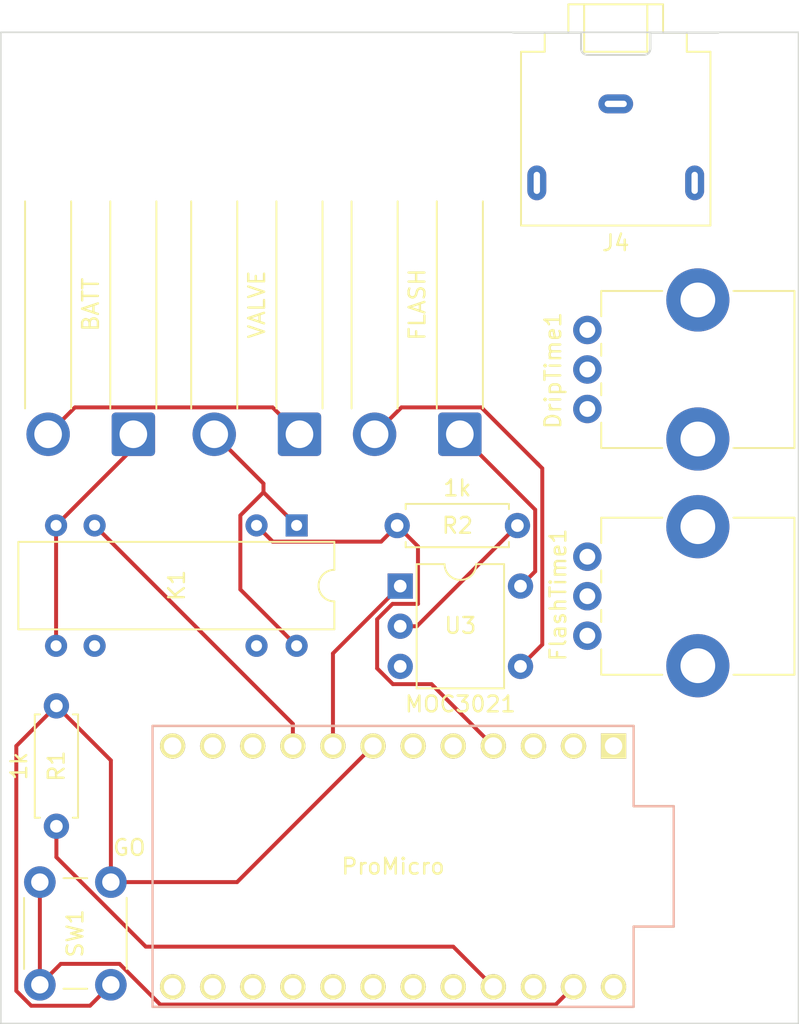
<source format=kicad_pcb>
(kicad_pcb (version 20221018) (generator pcbnew)
  (layers (0 "F.Cu" signal) (31 "B.Cu" signal) (34 "B.Paste" user) (35 "F.Paste" user) (36 "B.SilkS" user "B.Silkscreen") (37 "F.SilkS" user "F.Silkscreen") (38 "B.Mask" user) (39 "F.Mask" user) (44 "Edge.Cuts" user))
  (net 0 "")
  (net 1 "Net-(J1-Pin_1)")
  (net 2 "Net-(J1-Pin_2)")
  (net 3 "Net-(J2-Pin_2)")
  (net 4 "Net-(J3-Pin_1)")
  (net 5 "Net-(J3-Pin_2)")
  (net 6 "Net-(U1-D7)")
  (net 7 "Net-(U1-D4)")
  (net 8 "VCC")
  (net 9 "Net-(R2-Pad1)")
  (net 10 "GND")
  (net 11 "Net-(U1-C6)")
  (net 14 "Net-(U1-F5)")
  (net 15 "Net-(U1-F6)")
  (net 26 "Net-(SW2-B)")
  (footprint "Resistor_THT:R_Axial_DIN0207_L6.3mm_D2.5mm_P7.62mm_Horizontal" (layer "F.Cu") (at 161.29 69.869015 180)
    (fp_text reference "R2" (at 3.797924 0.003082) (layer "F.SilkS"))
    (fp_text value "1k" (at 3.81 2.37) (layer "F.SilkS"))
    (fp_line (start 0.54 -1.37) (end 7.08 -1.37) (stroke (width 0.12)) (layer "F.SilkS"))
    (fp_line (start 0.54 -1.04) (end 0.54 -1.37) (stroke (width 0.12)) (layer "F.SilkS"))
    (fp_line (start 0.54 1.04) (end 0.54 1.37) (stroke (width 0.12)) (layer "F.SilkS"))
    (fp_line (start 0.54 1.37) (end 7.08 1.37) (stroke (width 0.12)) (layer "F.SilkS"))
    (fp_line (start 7.08 -1.37) (end 7.08 -1.04) (stroke (width 0.12)) (layer "F.SilkS"))
    (fp_line (start 7.08 1.37) (end 7.08 1.04) (stroke (width 0.12)) (layer "F.SilkS"))
    (pad "1" thru_hole circle (at 0 0 180) (size 1.6 1.6) (drill 0.8) (layers "*.Cu" "*.Mask") (net 9 "Net-(R2-Pad1)"))
    (pad "2" thru_hole oval (at 7.62 0 180) (size 1.6 1.6) (drill 0.8) (layers "*.Cu" "*.Mask") (net 10 "GND"))
  )
  (footprint "Potentiometer_THT:Potentiometer_Bourns_PTV09A-1_Single_Vertical" (layer "F.Cu") (at 165.72 62.49)
    (fp_text reference "DripTime1" (at -2.175336 -2.435732 90) (layer "F.SilkS"))
    (fp_text value "R_Potentiometer")
    (fp_line (start 0.88 -7.47) (end 0.88 -5.871) (stroke (width 0.12)) (layer "F.SilkS"))
    (fp_line (start 0.88 -7.47) (end 4.745 -7.47) (stroke (width 0.12)) (layer "F.SilkS"))
    (fp_line (start 0.88 -4.129) (end 0.88 -3.37) (stroke (width 0.12)) (layer "F.SilkS"))
    (fp_line (start 0.88 -1.629) (end 0.88 -0.87) (stroke (width 0.12)) (layer "F.SilkS"))
    (fp_line (start 0.88 0.87) (end 0.88 2.47) (stroke (width 0.12)) (layer "F.SilkS"))
    (fp_line (start 0.88 2.47) (end 4.745 2.47) (stroke (width 0.12)) (layer "F.SilkS"))
    (fp_line (start 9.255 -7.47) (end 13.12 -7.47) (stroke (width 0.12)) (layer "F.SilkS"))
    (fp_line (start 9.255 2.47) (end 13.12 2.47) (stroke (width 0.12)) (layer "F.SilkS"))
    (fp_line (start 13.12 -7.47) (end 13.12 2.47) (stroke (width 0.12)) (layer "F.SilkS"))
    (pad "" np_thru_hole circle (at 7 -6.9) (size 4 4) (drill 2.2) (layers "F&B.Cu" "*.Mask"))
    (pad "" np_thru_hole circle (at 7 1.9) (size 4 4) (drill 2.2) (layers "F&B.Cu" "*.Mask"))
    (pad "1" thru_hole circle (at 0 0) (size 1.8 1.8) (drill 1) (layers "*.Cu" "*.Mask") (net 8 "VCC"))
    (pad "2" thru_hole circle (at 0 -2.5) (size 1.8 1.8) (drill 1) (layers "*.Cu" "*.Mask") (net 14 "Net-(U1-F5)"))
    (pad "3" thru_hole circle (at 0 -5) (size 1.8 1.8) (drill 1) (layers "*.Cu" "*.Mask") (net 10 "GND"))
  )
  (footprint "Arduino_ProMicro:ProMicro" (layer "F.Cu") (at 153.41178 91.44 180)
    (fp_text reference "U1" hide)
    (fp_text value "ProMicro" (at 0 0) (layer "F.SilkS"))
    (fp_line (start -17.78 -3.81) (end -15.24 -3.81) (stroke (width 0.15)) (layer "B.SilkS"))
    (fp_line (start -17.78 3.81) (end -17.78 -3.81) (stroke (width 0.15)) (layer "B.SilkS"))
    (fp_line (start -15.24 -8.89) (end 15.24 -8.89) (stroke (width 0.15)) (layer "B.SilkS"))
    (fp_line (start -15.24 -3.81) (end -15.24 -8.89) (stroke (width 0.15)) (layer "B.SilkS"))
    (fp_line (start -15.24 3.81) (end -17.78 3.81) (stroke (width 0.15)) (layer "B.SilkS"))
    (fp_line (start -15.24 8.89) (end -15.24 3.81) (stroke (width 0.15)) (layer "B.SilkS"))
    (fp_line (start 15.24 -8.89) (end 15.24 8.89) (stroke (width 0.15)) (layer "B.SilkS"))
    (fp_line (start 15.24 8.89) (end -15.24 8.89) (stroke (width 0.15)) (layer "B.SilkS"))
    (fp_line (start -17.78 -3.81) (end -15.24 -3.81) (stroke (width 0.15)) (layer "F.SilkS"))
    (fp_line (start -17.78 3.81) (end -17.78 -3.81) (stroke (width 0.15)) (layer "F.SilkS"))
    (fp_line (start -15.24 -8.89) (end 15.24 -8.89) (stroke (width 0.15)) (layer "F.SilkS"))
    (fp_line (start -15.24 -3.81) (end -15.24 -8.89) (stroke (width 0.15)) (layer "F.SilkS"))
    (fp_line (start -15.24 3.81) (end -17.78 3.81) (stroke (width 0.15)) (layer "F.SilkS"))
    (fp_line (start -15.24 8.89) (end -15.24 3.81) (stroke (width 0.15)) (layer "F.SilkS"))
    (fp_line (start -15.24 8.89) (end 15.24 8.89) (stroke (width 0.15)) (layer "F.SilkS"))
    (fp_line (start 15.24 -8.89) (end 15.24 8.89) (stroke (width 0.15)) (layer "F.SilkS"))
    (pad "1" thru_hole rect (at -13.97 7.62 180) (size 1.6 1.6) (drill 1.1) (layers "*.Cu" "*.Mask" "F.SilkS"))
    (pad "2" thru_hole circle (at -11.43 7.62 180) (size 1.6 1.6) (drill 1.1) (layers "*.Cu" "*.Mask" "F.SilkS") (net 26 "Net-(SW2-B)"))
    (pad "3" thru_hole circle (at -8.89 7.62 180) (size 1.6 1.6) (drill 1.1) (layers "*.Cu" "*.Mask" "F.SilkS") (net 10 "GND"))
    (pad "4" thru_hole circle (at -6.35 7.62 180) (size 1.6 1.6) (drill 1.1) (layers "*.Cu" "*.Mask" "F.SilkS") (net 10 "GND"))
    (pad "5" thru_hole circle (at -3.81 7.62 180) (size 1.6 1.6) (drill 1.1) (layers "*.Cu" "*.Mask" "F.SilkS"))
    (pad "6" thru_hole circle (at -1.27 7.62 180) (size 1.6 1.6) (drill 1.1) (layers "*.Cu" "*.Mask" "F.SilkS"))
    (pad "7" thru_hole circle (at 1.27 7.62 180) (size 1.6 1.6) (drill 1.1) (layers "*.Cu" "*.Mask" "F.SilkS") (net 7 "Net-(U1-D4)"))
    (pad "8" thru_hole circle (at 3.81 7.62 180) (size 1.6 1.6) (drill 1.1) (layers "*.Cu" "*.Mask" "F.SilkS") (net 11 "Net-(U1-C6)"))
    (pad "9" thru_hole circle (at 6.35 7.62 180) (size 1.6 1.6) (drill 1.1) (layers "*.Cu" "*.Mask" "F.SilkS") (net 6 "Net-(U1-D7)"))
    (pad "10" thru_hole circle (at 8.89 7.62 180) (size 1.6 1.6) (drill 1.1) (layers "*.Cu" "*.Mask" "F.SilkS"))
    (pad "11" thru_hole circle (at 11.43 7.62 180) (size 1.6 1.6) (drill 1.1) (layers "*.Cu" "*.Mask" "F.SilkS"))
    (pad "12" thru_hole circle (at 13.97 7.62 180) (size 1.6 1.6) (drill 1.1) (layers "*.Cu" "*.Mask" "F.SilkS"))
    (pad "13" thru_hole circle (at 13.97 -7.62 180) (size 1.6 1.6) (drill 1.1) (layers "*.Cu" "*.Mask" "F.SilkS"))
    (pad "14" thru_hole circle (at 11.43 -7.62 180) (size 1.6 1.6) (drill 1.1) (layers "*.Cu" "*.Mask" "F.SilkS"))
    (pad "15" thru_hole circle (at 8.89 -7.62 180) (size 1.6 1.6) (drill 1.1) (layers "*.Cu" "*.Mask" "F.SilkS"))
    (pad "16" thru_hole circle (at 6.35 -7.62 180) (size 1.6 1.6) (drill 1.1) (layers "*.Cu" "*.Mask" "F.SilkS"))
    (pad "17" thru_hole circle (at 3.81 -7.62 180) (size 1.6 1.6) (drill 1.1) (layers "*.Cu" "*.Mask" "F.SilkS"))
    (pad "18" thru_hole circle (at 1.27 -7.62 180) (size 1.6 1.6) (drill 1.1) (layers "*.Cu" "*.Mask" "F.SilkS") (net 15 "Net-(U1-F6)"))
    (pad "19" thru_hole circle (at -1.27 -7.62 180) (size 1.6 1.6) (drill 1.1) (layers "*.Cu" "*.Mask" "F.SilkS") (net 14 "Net-(U1-F5)"))
    (pad "20" thru_hole circle (at -3.81 -7.62 180) (size 1.6 1.6) (drill 1.1) (layers "*.Cu" "*.Mask" "F.SilkS"))
    (pad "21" thru_hole circle (at -6.35 -7.62 180) (size 1.6 1.6) (drill 1.1) (layers "*.Cu" "*.Mask" "F.SilkS") (net 8 "VCC"))
    (pad "22" thru_hole circle (at -8.89 -7.62 180) (size 1.6 1.6) (drill 1.1) (layers "*.Cu" "*.Mask" "F.SilkS"))
    (pad "23" thru_hole circle (at -11.43 -7.62 180) (size 1.6 1.6) (drill 1.1) (layers "*.Cu" "*.Mask" "F.SilkS") (net 10 "GND"))
    (pad "24" thru_hole circle (at -13.97 -7.62 180) (size 1.6 1.6) (drill 1.1) (layers "*.Cu" "*.Mask" "F.SilkS"))
  )
  (footprint "Button_Switch_THT:SW_PUSH_6mm" (layer "F.Cu") (at 131.031312 98.934131 90)
    (fp_text reference "SW1" (at 3.253703 2.23808 90) (layer "F.SilkS"))
    (fp_text value "GO" (at 8.680882 5.670688 180) (layer "F.SilkS"))
    (fp_line (start -0.25 1.5) (end -0.25 3) (stroke (width 0.12)) (layer "F.SilkS"))
    (fp_line (start 1 5.5) (end 5.5 5.5) (stroke (width 0.12)) (layer "F.SilkS"))
    (fp_line (start 5.5 -1) (end 1 -1) (stroke (width 0.12)) (layer "F.SilkS"))
    (fp_line (start 6.75 3) (end 6.75 1.5) (stroke (width 0.12)) (layer "F.SilkS"))
    (pad "1" thru_hole circle (at 0 0 180) (size 2 2) (drill 1.1) (layers "*.Cu" "*.Mask") (net 10 "GND"))
    (pad "1" thru_hole circle (at 6.5 0 180) (size 2 2) (drill 1.1) (layers "*.Cu" "*.Mask") (net 10 "GND"))
    (pad "2" thru_hole circle (at 0 4.5 180) (size 2 2) (drill 1.1) (layers "*.Cu" "*.Mask") (net 7 "Net-(U1-D4)"))
    (pad "2" thru_hole circle (at 6.5 4.5 180) (size 2 2) (drill 1.1) (layers "*.Cu" "*.Mask") (net 7 "Net-(U1-D4)"))
  )
  (footprint "Connector_Wire:SolderWire-1sqmm_1x02_P5.4mm_D1.4mm_OD2.7mm_Relief" (layer "F.Cu") (at 136.955094 64.09 180)
    (fp_text reference "J1" hide)
    (fp_text value "BATT" (at 2.7 8.21 270) (layer "F.SilkS"))
    (fp_line (start -1.46 1.635) (end -1.46 14.74) (stroke (width 0.12)) (layer "F.SilkS"))
    (fp_line (start 1.46 1.635) (end 1.46 14.74) (stroke (width 0.12)) (layer "F.SilkS"))
    (fp_line (start 3.94 1.635) (end 3.94 14.74) (stroke (width 0.12)) (layer "F.SilkS"))
    (fp_line (start 6.86 1.635) (end 6.86 14.74) (stroke (width 0.12)) (layer "F.SilkS"))
    (pad "" np_thru_hole circle (at 0 16.2 180) (size 3.2 3.2) (drill 3.2) (layers "*.Cu" "*.Mask"))
    (pad "" np_thru_hole circle (at 5.4 16.2 180) (size 3.2 3.2) (drill 3.2) (layers "*.Cu" "*.Mask"))
    (pad "1" thru_hole roundrect (at 0 0 180) (size 2.75 2.75) (drill 1.75) (layers "*.Cu" "*.Mask") (roundrect_rratio 0.090909) (net 1 "Net-(J1-Pin_1)"))
    (pad "2" thru_hole circle (at 5.4 0 180) (size 2.75 2.75) (drill 1.75) (layers "*.Cu" "*.Mask") (net 2 "Net-(J1-Pin_2)"))
  )
  (footprint "Connector_Wire:SolderWire-1sqmm_1x02_P5.4mm_D1.4mm_OD2.7mm_Relief" (layer "F.Cu") (at 147.48 64.09 180)
    (fp_text reference "J2" hide)
    (fp_text value "VALVE" (at 2.7 8.21 270) (layer "F.SilkS"))
    (fp_line (start -1.46 1.635) (end -1.46 14.74) (stroke (width 0.12)) (layer "F.SilkS"))
    (fp_line (start 1.46 1.635) (end 1.46 14.74) (stroke (width 0.12)) (layer "F.SilkS"))
    (fp_line (start 3.94 1.635) (end 3.94 14.74) (stroke (width 0.12)) (layer "F.SilkS"))
    (fp_line (start 6.86 1.635) (end 6.86 14.74) (stroke (width 0.12)) (layer "F.SilkS"))
    (pad "" np_thru_hole circle (at 0 16.2 180) (size 3.2 3.2) (drill 3.2) (layers "*.Cu" "*.Mask"))
    (pad "" np_thru_hole circle (at 5.4 16.2 180) (size 3.2 3.2) (drill 3.2) (layers "*.Cu" "*.Mask"))
    (pad "1" thru_hole roundrect (at 0 0 180) (size 2.75 2.75) (drill 1.75) (layers "*.Cu" "*.Mask") (roundrect_rratio 0.090909) (net 2 "Net-(J1-Pin_2)"))
    (pad "2" thru_hole circle (at 5.4 0 180) (size 2.75 2.75) (drill 1.75) (layers "*.Cu" "*.Mask") (net 3 "Net-(J2-Pin_2)"))
  )
  (footprint "Package_DIP:Toshiba_11-7A9" (layer "F.Cu") (at 153.863583 73.7)
    (fp_text reference "U3" (at 3.81 2.5) (layer "F.SilkS"))
    (fp_text value "MOC3021" (at 3.81 7.47) (layer "F.SilkS"))
    (fp_line (start 1.04 -1.39) (end 1.04 6.47) (stroke (width 0.12)) (layer "F.SilkS"))
    (fp_line (start 1.04 6.47) (end 6.58 6.47) (stroke (width 0.12)) (layer "F.SilkS"))
    (fp_line (start 2.81 -1.39) (end 1.04 -1.39) (stroke (width 0.12)) (layer "F.SilkS"))
    (fp_line (start 6.58 -1.39) (end 4.81 -1.39) (stroke (width 0.12)) (layer "F.SilkS"))
    (fp_line (start 6.58 6.47) (end 6.58 -1.39) (stroke (width 0.12)) (layer "F.SilkS"))
    (fp_arc (start 4.81 -1.39) (mid 3.81 -0.39) (end 2.81 -1.39) (stroke (width 0.12)) (layer "F.SilkS"))
    (pad "1" thru_hole rect (at 0 0) (size 1.6 1.6) (drill 0.8) (layers "*.Cu" "*.Mask") (net 11 "Net-(U1-C6)"))
    (pad "2" thru_hole oval (at 0 2.54) (size 1.6 1.6) (drill 0.8) (layers "*.Cu" "*.Mask") (net 9 "Net-(R2-Pad1)"))
    (pad "3" thru_hole oval (at 0 5.08) (size 1.6 1.6) (drill 0.8) (layers "*.Cu" "*.Mask"))
    (pad "4" thru_hole oval (at 7.62 5.08) (size 1.6 1.6) (drill 0.8) (layers "*.Cu" "*.Mask") (net 4 "Net-(J3-Pin_1)"))
    (pad "6" thru_hole oval (at 7.62 0) (size 1.6 1.6) (drill 0.8) (layers "*.Cu" "*.Mask") (net 5 "Net-(J3-Pin_2)"))
  )
  (footprint "Potentiometer_THT:Potentiometer_Bourns_PTV09A-1_Single_Vertical" (layer "F.Cu") (at 165.72 76.84)
    (fp_text reference "FlashTime1" (at -1.852586 -2.58471 90) (layer "F.SilkS"))
    (fp_text value "R_Potentiometer")
    (fp_line (start 0.88 -7.47) (end 0.88 -5.871) (stroke (width 0.12)) (layer "F.SilkS"))
    (fp_line (start 0.88 -7.47) (end 4.745 -7.47) (stroke (width 0.12)) (layer "F.SilkS"))
    (fp_line (start 0.88 -4.129) (end 0.88 -3.37) (stroke (width 0.12)) (layer "F.SilkS"))
    (fp_line (start 0.88 -1.629) (end 0.88 -0.87) (stroke (width 0.12)) (layer "F.SilkS"))
    (fp_line (start 0.88 0.87) (end 0.88 2.47) (stroke (width 0.12)) (layer "F.SilkS"))
    (fp_line (start 0.88 2.47) (end 4.745 2.47) (stroke (width 0.12)) (layer "F.SilkS"))
    (fp_line (start 9.255 -7.47) (end 13.12 -7.47) (stroke (width 0.12)) (layer "F.SilkS"))
    (fp_line (start 9.255 2.47) (end 13.12 2.47) (stroke (width 0.12)) (layer "F.SilkS"))
    (fp_line (start 13.12 -7.47) (end 13.12 2.47) (stroke (width 0.12)) (layer "F.SilkS"))
    (pad "" np_thru_hole circle (at 7 -6.9) (size 4 4) (drill 2.2) (layers "F&B.Cu" "*.Mask"))
    (pad "" np_thru_hole circle (at 7 1.9) (size 4 4) (drill 2.2) (layers "F&B.Cu" "*.Mask"))
    (pad "1" thru_hole circle (at 0 0) (size 1.8 1.8) (drill 1) (layers "*.Cu" "*.Mask") (net 8 "VCC"))
    (pad "2" thru_hole circle (at 0 -2.5) (size 1.8 1.8) (drill 1) (layers "*.Cu" "*.Mask") (net 15 "Net-(U1-F6)"))
    (pad "3" thru_hole circle (at 0 -5) (size 1.8 1.8) (drill 1) (layers "*.Cu" "*.Mask") (net 10 "GND"))
  )
  (footprint "Connector_Audio:Jack_3.5mm_CUI_SJ1-3523N_Horizontal" (layer "F.Cu") (at 167.51786 43.18 180)
    (fp_text reference "J4" (at 0 -8.8) (layer "F.SilkS"))
    (fp_text value "Flash TS")
    (fp_line (start -6 -7.7) (end 6 -7.7) (stroke (width 0.12)) (layer "F.SilkS"))
    (fp_line (start -6 3.3) (end -6 -7.7) (stroke (width 0.12)) (layer "F.SilkS"))
    (fp_line (start -4.5 3.3) (end -6 3.3) (stroke (width 0.12)) (layer "F.SilkS"))
    (fp_line (start -4.5 4.5) (end -4.5 3.3) (stroke (width 0.12)) (layer "F.SilkS"))
    (fp_line (start -3 4.5) (end -4.5 4.5) (stroke (width 0.12)) (layer "F.SilkS"))
    (fp_line (start -3 6.3) (end -3 4.5) (stroke (width 0.12)) (layer "F.SilkS"))
    (fp_line (start -2 3.3) (end -2 6.3) (stroke (width 0.12)) (layer "F.SilkS"))
    (fp_line (start 2 3.3) (end -2 3.3) (stroke (width 0.12)) (layer "F.SilkS"))
    (fp_line (start 2 6.3) (end 2 3.3) (stroke (width 0.12)) (layer "F.SilkS"))
    (fp_line (start 3 4.5) (end 3 6.3) (stroke (width 0.12)) (layer "F.SilkS"))
    (fp_line (start 3 6.3) (end -3 6.3) (stroke (width 0.12)) (layer "F.SilkS"))
    (fp_line (start 4.5 3.3) (end 4.5 4.5) (stroke (width 0.12)) (layer "F.SilkS"))
    (fp_line (start 4.5 4.5) (end 3 4.5) (stroke (width 0.12)) (layer "F.SilkS"))
    (fp_line (start 6 -7.7) (end 6 3.3) (stroke (width 0.12)) (layer "F.SilkS"))
    (fp_line (start 6 3.3) (end 4.5 3.3) (stroke (width 0.12)) (layer "F.SilkS"))
    (fp_line (start -2.2 3.5) (end -2.2 4.5) (stroke (width 0.12)) (layer "Edge.Cuts"))
    (fp_line (start -2.2 4.5) (end -6.5 4.5) (stroke (width 0.12)) (layer "Edge.Cuts"))
    (fp_line (start 1.8 3.1) (end -1.8 3.1) (stroke (width 0.12)) (layer "Edge.Cuts"))
    (fp_line (start 2.2 3.5) (end 2.2 4.5) (stroke (width 0.12)) (layer "Edge.Cuts"))
    (fp_line (start 2.2 4.5) (end 6.5 4.5) (stroke (width 0.12)) (layer "Edge.Cuts"))
    (fp_arc (start -2.2 3.5) (mid -2.082842 3.217158) (end -1.8 3.1) (stroke (width 0.12)) (layer "Edge.Cuts"))
    (fp_arc (start 1.8 3.1) (mid 2.082843 3.217157) (end 2.2 3.5) (stroke (width 0.12)) (layer "Edge.Cuts"))
    (pad "" np_thru_hole circle (at -5 0 180) (size 1.2 1.2) (drill 1.2) (layers "*.Cu"))
    (pad "" np_thru_hole circle (at -5 2.5 180) (size 1.2 1.2) (drill 1.2) (layers "*.Cu"))
    (pad "" np_thru_hole circle (at 0 -5 180) (size 1.2 1.2) (drill 1.2) (layers "*.Cu"))
    (pad "" np_thru_hole circle (at 5 0 180) (size 1.2 1.2) (drill 1.2) (layers "*.Cu"))
    (pad "" np_thru_hole circle (at 5 2.5 180) (size 1.2 1.2) (drill 1.2) (layers "*.Cu"))
    (pad "R" thru_hole oval (at -5 -5 180) (size 1.2 2.2) (drill oval 0.4 1.4) (layers "*.Cu" "*.Mask"))
    (pad "S" thru_hole oval (at 0 0 180) (size 2.2 1.2) (drill oval 1.4 0.4) (layers "*.Cu" "*.Mask") (net 4 "Net-(J3-Pin_1)"))
    (pad "T" thru_hole oval (at 5 -5) (size 1.2 2.2) (drill oval 0.4 1.4) (layers "*.Cu" "*.Mask") (net 5 "Net-(J3-Pin_2)"))
  )
  (footprint "Resistor_THT:R_Axial_DIN0207_L6.3mm_D2.5mm_P7.62mm_Horizontal" (layer "F.Cu") (at 132.08 81.28 -90)
    (fp_text reference "R1" (at 3.81 0 90) (layer "F.SilkS"))
    (fp_text value "1k" (at 3.81 2.37 90) (layer "F.SilkS"))
    (fp_line (start 0.54 -1.37) (end 7.08 -1.37) (stroke (width 0.12)) (layer "F.SilkS"))
    (fp_line (start 0.54 -1.04) (end 0.54 -1.37) (stroke (width 0.12)) (layer "F.SilkS"))
    (fp_line (start 0.54 1.04) (end 0.54 1.37) (stroke (width 0.12)) (layer "F.SilkS"))
    (fp_line (start 0.54 1.37) (end 7.08 1.37) (stroke (width 0.12)) (layer "F.SilkS"))
    (fp_line (start 7.08 -1.37) (end 7.08 -1.04) (stroke (width 0.12)) (layer "F.SilkS"))
    (fp_line (start 7.08 1.37) (end 7.08 1.04) (stroke (width 0.12)) (layer "F.SilkS"))
    (pad "1" thru_hole circle (at 0 0 270) (size 1.6 1.6) (drill 0.8) (layers "*.Cu" "*.Mask") (net 7 "Net-(U1-D4)"))
    (pad "2" thru_hole oval (at 7.62 0 270) (size 1.6 1.6) (drill 0.8) (layers "*.Cu" "*.Mask") (net 8 "VCC"))
  )
  (footprint "Connector_Wire:SolderWire-1sqmm_1x02_P5.4mm_D1.4mm_OD2.7mm_Relief" (layer "F.Cu") (at 157.64 64.09 180)
    (fp_text reference "J3" hide)
    (fp_text value "FLASH" (at 2.7 8.21 270) (layer "F.SilkS"))
    (fp_line (start -1.46 1.635) (end -1.46 14.74) (stroke (width 0.12)) (layer "F.SilkS"))
    (fp_line (start 1.46 1.635) (end 1.46 14.74) (stroke (width 0.12)) (layer "F.SilkS"))
    (fp_line (start 3.94 1.635) (end 3.94 14.74) (stroke (width 0.12)) (layer "F.SilkS"))
    (fp_line (start 6.86 1.635) (end 6.86 14.74) (stroke (width 0.12)) (layer "F.SilkS"))
    (pad "" np_thru_hole circle (at 0 16.2 180) (size 3.2 3.2) (drill 3.2) (layers "*.Cu" "*.Mask"))
    (pad "" np_thru_hole circle (at 5.4 16.2 180) (size 3.2 3.2) (drill 3.2) (layers "*.Cu" "*.Mask"))
    (pad "1" thru_hole roundrect (at 0 0 180) (size 2.75 2.75) (drill 1.75) (layers "*.Cu" "*.Mask") (roundrect_rratio 0.090909) (net 4 "Net-(J3-Pin_1)"))
    (pad "2" thru_hole circle (at 5.4 0 180) (size 2.75 2.75) (drill 1.75) (layers "*.Cu" "*.Mask") (net 5 "Net-(J3-Pin_2)"))
  )
  (footprint "Relay_THT:Relay_StandexMeder_DIP_LowProfile" (layer "F.Cu") (at 147.3 69.86 -90)
    (fp_text reference "K1" (at 3.8 7.6 -90) (layer "F.SilkS"))
    (fp_text value "DIPxx-1Axx-11x")
    (fp_line (start 1.04 -2.39) (end 1.04 17.63) (stroke (width 0.12)) (layer "F.SilkS"))
    (fp_line (start 1.04 17.63) (end 6.58 17.63) (stroke (width 0.12)) (layer "F.SilkS"))
    (fp_line (start 2.81 -2.39) (end 1.04 -2.39) (stroke (width 0.12)) (layer "F.SilkS"))
    (fp_line (start 6.58 -2.39) (end 4.81 -2.39) (stroke (width 0.12)) (layer "F.SilkS"))
    (fp_line (start 6.58 17.63) (end 6.58 -2.39) (stroke (width 0.12)) (layer "F.SilkS"))
    (fp_arc (start 4.81 -2.39) (mid 3.81 -1.39) (end 2.81 -2.39) (stroke (width 0.12)) (layer "F.SilkS"))
    (pad "1" thru_hole rect (at 0 0 270) (size 1.4 1.4) (drill 0.7) (layers "*.Cu" "*.Mask") (net 3 "Net-(J2-Pin_2)"))
    (pad "2" thru_hole circle (at 0 2.54 270) (size 1.4 1.4) (drill 0.7) (layers "*.Cu" "*.Mask") (net 10 "GND"))
    (pad "6" thru_hole circle (at 0 12.8 270) (size 1.4 1.4) (drill 0.7) (layers "*.Cu" "*.Mask") (net 6 "Net-(U1-D7)"))
    (pad "7" thru_hole circle (at 0 15.24 270) (size 1.4 1.4) (drill 0.7) (layers "*.Cu" "*.Mask") (net 1 "Net-(J1-Pin_1)"))
    (pad "8" thru_hole circle (at 7.62 15.24 270) (size 1.4 1.4) (drill 0.7) (layers "*.Cu" "*.Mask") (net 1 "Net-(J1-Pin_1)"))
    (pad "9" thru_hole circle (at 7.62 12.8 270) (size 1.4 1.4) (drill 0.7) (layers "*.Cu" "*.Mask"))
    (pad "13" thru_hole circle (at 7.62 2.54 270) (size 1.4 1.4) (drill 0.7) (layers "*.Cu" "*.Mask"))
    (pad "14" thru_hole circle (at 7.62 0 270) (size 1.4 1.4) (drill 0.7) (layers "*.Cu" "*.Mask") (net 3 "Net-(J2-Pin_2)"))
  )
  (gr_rect (start 128.556491 38.650957) (end 179.09786 101.384713) (stroke (width 0.1)) (fill none) (layer "Edge.Cuts"))
  (segment (start 132.06 69.86) (end 136.955094 64.964906) (width 0.25) (layer "F.Cu") (net 1))
  (segment (start 136.955094 64.964906) (end 136.955094 64.09) (width 0.25) (layer "F.Cu") (net 1))
  (segment (start 132.06 77.48) (end 132.06 69.86) (width 0.25) (layer "F.Cu") (net 1))
  (segment (start 133.255094 62.39) (end 145.78 62.39) (width 0.25) (layer "F.Cu") (net 2))
  (segment (start 145.78 62.39) (end 147.48 64.09) (width 0.25) (layer "F.Cu") (net 2))
  (segment (start 131.555094 64.09) (end 133.255094 62.39) (width 0.25) (layer "F.Cu") (net 2))
  (segment (start 143.735 73.915) (end 143.735 69.225) (width 0.25) (layer "F.Cu") (net 3))
  (segment (start 147.3 77.48) (end 143.735 73.915) (width 0.25) (layer "F.Cu") (net 3))
  (segment (start 142.08 64.09) (end 145.2 67.21) (width 0.25) (layer "F.Cu") (net 3))
  (segment (start 145.2 67.76) (end 147.3 69.86) (width 0.25) (layer "F.Cu") (net 3))
  (segment (start 145.2 67.21) (end 145.2 67.76) (width 0.25) (layer "F.Cu") (net 3))
  (segment (start 143.735 69.225) (end 145.2 67.76) (width 0.25) (layer "F.Cu") (net 3))
  (segment (start 161.483583 73.7) (end 162.415 72.768583) (width 0.25) (layer "F.Cu") (net 4))
  (segment (start 162.415 68.865) (end 157.64 64.09) (width 0.25) (layer "F.Cu") (net 4))
  (segment (start 162.415 72.768583) (end 162.415 68.865) (width 0.25) (layer "F.Cu") (net 4))
  (segment (start 153.94 62.39) (end 152.24 64.09) (width 0.25) (layer "F.Cu") (net 5))
  (segment (start 162.606587 65.993413) (end 162.51786 65.904686) (width 0.25) (layer "F.Cu") (net 5))
  (segment (start 159.003173 62.39) (end 153.94 62.39) (width 0.25) (layer "F.Cu") (net 5))
  (segment (start 161.483583 78.78) (end 162.865 77.398583) (width 0.25) (layer "F.Cu") (net 5))
  (segment (start 162.606587 65.993413) (end 159.003173 62.39) (width 0.25) (layer "F.Cu") (net 5))
  (segment (start 162.865 66.251827) (end 162.606587 65.993413) (width 0.25) (layer "F.Cu") (net 5))
  (segment (start 162.865 77.398583) (end 162.865 66.251827) (width 0.25) (layer "F.Cu") (net 5))
  (segment (start 147.06178 83.82) (end 147.06178 82.42178) (width 0.25) (layer "F.Cu") (net 6))
  (segment (start 147.06178 82.42178) (end 134.5 69.86) (width 0.25) (layer "F.Cu") (net 6))
  (segment (start 130.482479 100.259131) (end 129.54 99.316652) (width 0.25) (layer "F.Cu") (net 7))
  (segment (start 129.54 83.82) (end 132.08 81.28) (width 0.25) (layer "F.Cu") (net 7))
  (segment (start 135.531312 84.731312) (end 132.08 81.28) (width 0.25) (layer "F.Cu") (net 7))
  (segment (start 135.531312 92.434131) (end 135.531312 84.731312) (width 0.25) (layer "F.Cu") (net 7))
  (segment (start 134.206312 100.259131) (end 130.482479 100.259131) (width 0.25) (layer "F.Cu") (net 7))
  (segment (start 152.14178 83.82) (end 143.527649 92.434131) (width 0.25) (layer "F.Cu") (net 7))
  (segment (start 143.527649 92.434131) (end 135.531312 92.434131) (width 0.25) (layer "F.Cu") (net 7))
  (segment (start 135.531312 98.934131) (end 134.206312 100.259131) (width 0.25) (layer "F.Cu") (net 7))
  (segment (start 129.54 99.316652) (end 129.54 83.82) (width 0.25) (layer "F.Cu") (net 7))
  (segment (start 132.08 90.856652) (end 137.743348 96.52) (width 0.25) (layer "F.Cu") (net 8))
  (segment (start 157.22178 96.52) (end 159.76178 99.06) (width 0.25) (layer "F.Cu") (net 8))
  (segment (start 137.743348 96.52) (end 157.22178 96.52) (width 0.25) (layer "F.Cu") (net 8))
  (segment (start 132.08 88.9) (end 132.08 90.856652) (width 0.25) (layer "F.Cu") (net 8))
  (segment (start 161.29 69.869015) (end 154.919015 76.24) (width 0.25) (layer "F.Cu") (net 9))
  (segment (start 154.919015 76.24) (end 153.863583 76.24) (width 0.25) (layer "F.Cu") (net 9))
  (segment (start 132.356312 97.609131) (end 136.080145 97.609131) (width 0.25) (layer "F.Cu") (net 10))
  (segment (start 153.67 69.869015) (end 152.654015 70.885) (width 0.25) (layer "F.Cu") (net 10))
  (segment (start 131.031312 92.434131) (end 131.031312 98.934131) (width 0.25) (layer "F.Cu") (net 10))
  (segment (start 153.397592 79.905) (end 152.4 78.907408) (width 0.25) (layer "F.Cu") (net 10))
  (segment (start 136.080145 97.609131) (end 138.656014 100.185) (width 0.25) (layer "F.Cu") (net 10))
  (segment (start 163.71678 100.185) (end 164.84178 99.06) (width 0.25) (layer "F.Cu") (net 10))
  (segment (start 152.4 78.907408) (end 152.4 75.799979) (width 0.25) (layer "F.Cu") (net 10))
  (segment (start 152.4 75.799979) (end 153.374979 74.825) (width 0.25) (layer "F.Cu") (net 10))
  (segment (start 153.374979 74.825) (end 154.988583 74.825) (width 0.25) (layer "F.Cu") (net 10))
  (segment (start 159.76178 83.82) (end 155.84678 79.905) (width 0.25) (layer "F.Cu") (net 10))
  (segment (start 145.785 70.885) (end 144.76 69.86) (width 0.25) (layer "F.Cu") (net 10))
  (segment (start 131.031312 98.934131) (end 132.356312 97.609131) (width 0.25) (layer "F.Cu") (net 10))
  (segment (start 154.988583 71.187598) (end 153.67 69.869015) (width 0.25) (layer "F.Cu") (net 10))
  (segment (start 138.656014 100.185) (end 163.71678 100.185) (width 0.25) (layer "F.Cu") (net 10))
  (segment (start 152.654015 70.885) (end 145.785 70.885) (width 0.25) (layer "F.Cu") (net 10))
  (segment (start 155.84678 79.905) (end 153.397592 79.905) (width 0.25) (layer "F.Cu") (net 10))
  (segment (start 154.988583 74.825) (end 154.988583 71.187598) (width 0.25) (layer "F.Cu") (net 10))
  (segment (start 149.60178 77.961803) (end 153.863583 73.7) (width 0.25) (layer "F.Cu") (net 11))
  (segment (start 149.60178 83.82) (end 149.60178 77.961803) (width 0.25) (layer "F.Cu") (net 11))
)
</source>
